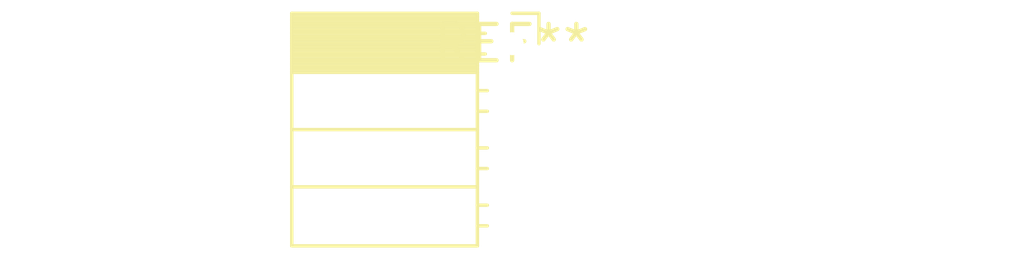
<source format=kicad_pcb>
(kicad_pcb (version 20240108) (generator pcbnew)
  (layers (0 "F.Cu" signal) (31 "B.Cu" signal) (34 "B.Paste" user) (35 "F.Paste" user) (36 "B.SilkS" user "B.Silkscreen") (37 "F.SilkS" user "F.Silkscreen") (38 "B.Mask" user) (39 "F.Mask" user) (44 "Edge.Cuts" user))
  (net 0 "")
  (footprint "PinSocket_1x04_P2.00mm_Horizontal" (layer "F.Cu") (at 0 0)
    (property "Reference" "REF**")
    (property "Value" "PinSocket_1x04_P2.00mm_Horizontal")
    (fp_line (start -7.68 -1.06) (end -7.68 7.06) (layer "F.SilkS") (stroke (width 0.12)))
    (fp_line (start -7.68 -1.06) (end -1.21 -1.06) (layer "F.SilkS") (stroke (width 0.12)))
    (fp_line (start -7.68 -0.94) (end -1.21 -0.94) (layer "F.SilkS") (stroke (width 0.12)))
    (fp_line (start -7.68 -0.825882) (end -1.21 -0.825882) (layer "F.SilkS") (stroke (width 0.12)))
    (fp_line (start -7.68 -0.711764) (end -1.21 -0.711764) (layer "F.SilkS") (stroke (width 0.12)))
    (fp_line (start -7.68 -0.597646) (end -1.21 -0.597646) (layer "F.SilkS") (stroke (width 0.12)))
    (fp_line (start -7.68 -0.483528) (end -1.21 -0.483528) (layer "F.SilkS") (stroke (width 0.12)))
    (fp_line (start -7.68 -0.36941) (end -1.21 -0.36941) (layer "F.SilkS") (stroke (width 0.12)))
    (fp_line (start -7.68 -0.255292) (end -1.21 -0.255292) (layer "F.SilkS") (stroke (width 0.12)))
    (fp_line (start -7.68 -0.141174) (end -1.21 -0.141174) (layer "F.SilkS") (stroke (width 0.12)))
    (fp_line (start -7.68 -0.027056) (end -1.21 -0.027056) (layer "F.SilkS") (stroke (width 0.12)))
    (fp_line (start -7.68 0.087062) (end -1.21 0.087062) (layer "F.SilkS") (stroke (width 0.12)))
    (fp_line (start -7.68 0.20118) (end -1.21 0.20118) (layer "F.SilkS") (stroke (width 0.12)))
    (fp_line (start -7.68 0.315298) (end -1.21 0.315298) (layer "F.SilkS") (stroke (width 0.12)))
    (fp_line (start -7.68 0.429416) (end -1.21 0.429416) (layer "F.SilkS") (stroke (width 0.12)))
    (fp_line (start -7.68 0.543534) (end -1.21 0.543534) (layer "F.SilkS") (stroke (width 0.12)))
    (fp_line (start -7.68 0.657652) (end -1.21 0.657652) (layer "F.SilkS") (stroke (width 0.12)))
    (fp_line (start -7.68 0.77177) (end -1.21 0.77177) (layer "F.SilkS") (stroke (width 0.12)))
    (fp_line (start -7.68 0.885888) (end -1.21 0.885888) (layer "F.SilkS") (stroke (width 0.12)))
    (fp_line (start -7.68 1) (end -1.21 1) (layer "F.SilkS") (stroke (width 0.12)))
    (fp_line (start -7.68 3) (end -1.21 3) (layer "F.SilkS") (stroke (width 0.12)))
    (fp_line (start -7.68 5) (end -1.21 5) (layer "F.SilkS") (stroke (width 0.12)))
    (fp_line (start -7.68 7.06) (end -1.21 7.06) (layer "F.SilkS") (stroke (width 0.12)))
    (fp_line (start -1.21 -1.06) (end -1.21 7.06) (layer "F.SilkS") (stroke (width 0.12)))
    (fp_line (start -1.21 -0.36) (end -0.935 -0.36) (layer "F.SilkS") (stroke (width 0.12)))
    (fp_line (start -1.21 0.36) (end -0.935 0.36) (layer "F.SilkS") (stroke (width 0.12)))
    (fp_line (start -1.21 1.64) (end -0.862917 1.64) (layer "F.SilkS") (stroke (width 0.12)))
    (fp_line (start -1.21 2.36) (end -0.862917 2.36) (layer "F.SilkS") (stroke (width 0.12)))
    (fp_line (start -1.21 3.64) (end -0.862917 3.64) (layer "F.SilkS") (stroke (width 0.12)))
    (fp_line (start -1.21 4.36) (end -0.862917 4.36) (layer "F.SilkS") (stroke (width 0.12)))
    (fp_line (start -1.21 5.64) (end -0.862917 5.64) (layer "F.SilkS") (stroke (width 0.12)))
    (fp_line (start -1.21 6.36) (end -0.862917 6.36) (layer "F.SilkS") (stroke (width 0.12)))
    (fp_line (start 0 -1.06) (end 0.935 -1.06) (layer "F.SilkS") (stroke (width 0.12)))
    (fp_line (start 0.935 -1.06) (end 0.935 0) (layer "F.SilkS") (stroke (width 0.12)))
    (pad "1" thru_hole rect (at 0 0) (size 1.35 1.35) (drill 0.8) (layers *.Cu *.Mask) (remove_unused_layers))
    (pad "2" thru_hole oval (at 0 2) (size 1.35 1.35) (drill 0.8) (layers *.Cu *.Mask) (remove_unused_layers))
    (pad "3" thru_hole oval (at 0 4) (size 1.35 1.35) (drill 0.8) (layers *.Cu *.Mask) (remove_unused_layers))
    (pad "4" thru_hole oval (at 0 6) (size 1.35 1.35) (drill 0.8) (layers *.Cu *.Mask) (remove_unused_layers))
  )
)
</source>
